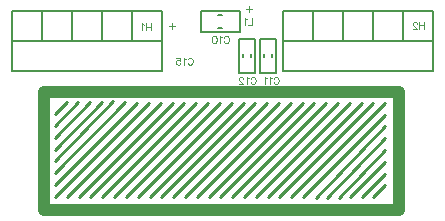
<source format=gbo>
%FSTAX23Y23*%
%MOMM*%
%SFA1B1*%

%IPPOS*%
%ADD13C,0.999998*%
%ADD14C,0.180000*%
%ADD15C,0.200000*%
%ADD16C,0.253999*%
%ADD17C,0.120000*%
%LNpcb1-1*%
%LPD*%
G54D13*
X17423Y-09602D02*
X32423D01*
X02423D02*
X17423D01*
X02423D02*
Y00397D01*
X17423*
X32423Y-09602D02*
Y00397D01*
X17423D02*
X32423D01*
G54D14*
X20656Y01999D02*
X22056D01*
X20656Y04899D02*
X22056D01*
Y01999D02*
Y04899D01*
X20656Y01999D02*
Y04899D01*
X18878Y01999D02*
X20278D01*
X18878Y04899D02*
X20278D01*
Y01999D02*
Y04899D01*
X18878Y01999D02*
Y04899D01*
X15642Y0547D02*
X18942D01*
X15642Y0727D02*
X18942D01*
X15642Y0547D02*
Y0727D01*
X18942Y0547D02*
Y0727D01*
G54D15*
X32806Y04719D02*
Y07259D01*
X30266Y04719D02*
Y07259D01*
X27726Y04719D02*
Y07259D01*
X25186Y04719D02*
Y07259D01*
X22646Y02179D02*
X35327D01*
X22646Y04719D02*
X35327D01*
X22646Y02179D02*
Y07259D01*
X35327Y02179D02*
Y04719D01*
Y07259*
X22646D02*
X35327D01*
X09819Y04719D02*
Y07259D01*
X07279Y04719D02*
Y07259D01*
X04739Y04719D02*
Y07259D01*
X02199Y04719D02*
Y07259D01*
X-0034Y02179D02*
X1234D01*
X-0034Y04719D02*
X1234D01*
X-0034Y02179D02*
Y07259D01*
X1234Y02179D02*
Y04719D01*
Y07259*
X-0034D02*
X1234D01*
X21681Y03349D02*
Y03549D01*
X21031Y03349D02*
Y03549D01*
X19903Y03349D02*
Y03549D01*
X19253Y03349D02*
Y03549D01*
X17092Y0582D02*
X17492D01*
X17092Y0692D02*
X17492D01*
G54D16*
X30283Y-08542D02*
X31283Y-07542D01*
X29299Y-08542D02*
X31283Y-06542D01*
X26363Y-08622D02*
X31283Y-03542D01*
X25379Y-08559D02*
X31283Y-02542D01*
X24322Y-08503D02*
X31283Y-01542D01*
X28283Y-08542D02*
X31283Y-05542D01*
X27347Y-08574D02*
X31283Y-04542D01*
X20322Y-08503D02*
X28283Y-00542D01*
X21322Y-08503D02*
X29283Y-00542D01*
X22322Y-08503D02*
X30283Y-00542D01*
X23322Y-08503D02*
X31283Y-00542D01*
X16322Y-08503D02*
X24283Y-00542D01*
X17322Y-08503D02*
X25283Y-00542D01*
X18322Y-08503D02*
X26283Y-00542D01*
X19322Y-08503D02*
X27283Y-00542D01*
X12322Y-08503D02*
X20283Y-00542D01*
X13322Y-08503D02*
X21283Y-00542D01*
X14322Y-08503D02*
X22283Y-00542D01*
X15322Y-08503D02*
X23283Y-00542D01*
X08322Y-08503D02*
X16283Y-00542D01*
X09322Y-08503D02*
X17283Y-00542D01*
X10322Y-08503D02*
X18283Y-00542D01*
X11322Y-08503D02*
X19283Y-00542D01*
X07322Y-08503D02*
X15283Y-00542D01*
X06322Y-08503D02*
X14283Y-00542D01*
X05322Y-08503D02*
X13283Y-00542D01*
X04322Y-08503D02*
X12283Y-00542D01*
X03322Y-04503D02*
X07259Y-00471D01*
X03322Y-03503D02*
X06322Y-00503D01*
X03322Y-08503D02*
X11283Y-00542D01*
X03322Y-07503D02*
X10283Y-00542D01*
X03322Y-06503D02*
X09227Y-00486D01*
X03322Y-05503D02*
X08243Y-00423D01*
X03322Y-02503D02*
X05306Y-00503D01*
X03322Y-01503D02*
X04322Y-00503D01*
G54D17*
X19708Y07141D02*
Y07655D01*
X19451Y07398D02*
X19965D01*
X12983Y05986D02*
X13497D01*
X1324Y06244D02*
Y05729D01*
X19886Y01493D02*
X19915Y0155D01*
X19972Y01608*
X20029Y01636*
X20143*
X20201Y01608*
X20258Y0155*
X20286Y01493*
X20315Y01408*
Y01265*
X20286Y01179*
X20258Y01122*
X20201Y01065*
X20143Y01036*
X20029*
X19972Y01065*
X19915Y01122*
X19886Y01179*
X19718Y01522D02*
X19661Y0155D01*
X19575Y01636*
Y01036*
X19249Y01493D02*
Y01522D01*
X19221Y01579*
X19192Y01608*
X19135Y01636*
X19021*
X18964Y01608*
X18935Y01579*
X18907Y01522*
Y01465*
X18935Y01408*
X18992Y01322*
X19278Y01036*
X18878*
X21842Y01493D02*
X21871Y0155D01*
X21928Y01608*
X21985Y01636*
X22099*
X22156Y01608*
X22214Y0155*
X22242Y01493*
X22271Y01408*
Y01265*
X22242Y01179*
X22214Y01122*
X22156Y01065*
X22099Y01036*
X21985*
X21928Y01065*
X21871Y01122*
X21842Y01179*
X21674Y01522D02*
X21617Y0155D01*
X21531Y01636*
Y01036*
X21234Y01522D02*
X21177Y0155D01*
X21091Y01636*
Y01036*
X34564Y0631D02*
Y0571D01*
X34164Y0631D02*
Y0571D01*
X34564Y06024D02*
X34164D01*
X3397Y06167D02*
Y06195D01*
X33942Y06253*
X33913Y06281*
X33856Y0631*
X33742*
X33684Y06281*
X33656Y06253*
X33627Y06195*
Y06138*
X33656Y06081*
X33713Y05996*
X33999Y0571*
X33599*
X11425Y06183D02*
Y05583D01*
X11025Y06183D02*
Y05583D01*
X11425Y05897D02*
X11025D01*
X10859Y06068D02*
X10802Y06097D01*
X10716Y06183*
Y05583*
X19985Y0664D02*
Y0604D01*
X19642*
X19576Y06526D02*
X19519Y06554D01*
X19433Y0664*
Y0604*
X14552Y03144D02*
X14581Y03201D01*
X14638Y03259*
X14695Y03287*
X14809*
X14867Y03259*
X14924Y03201*
X14952Y03144*
X14981Y03059*
Y02916*
X14952Y0283*
X14924Y02773*
X14867Y02716*
X14809Y02687*
X14695*
X14638Y02716*
X14581Y02773*
X14552Y0283*
X14384Y03173D02*
X14327Y03201D01*
X14241Y03287*
Y02687*
X13601Y03287D02*
X13887D01*
X13915Y0303*
X13887Y03059*
X13801Y03087*
X13716*
X1363Y03059*
X13573Y03001*
X13544Y02916*
Y02859*
X13573Y02773*
X1363Y02716*
X13716Y02687*
X13801*
X13887Y02716*
X13915Y02744*
X13944Y02802*
X17626Y04973D02*
X17654Y0503D01*
X17711Y05087*
X17769Y05116*
X17883*
X1794Y05087*
X17997Y0503*
X18026Y04973*
X18054Y04887*
Y04745*
X18026Y04659*
X17997Y04602*
X1794Y04545*
X17883Y04516*
X17769*
X17711Y04545*
X17654Y04602*
X17626Y04659*
X17457Y05002D02*
X174Y0503D01*
X17314Y05116*
Y04516*
X16846Y05116D02*
X16932Y05087D01*
X16989Y05002*
X17017Y04859*
Y04773*
X16989Y0463*
X16932Y04545*
X16846Y04516*
X16789*
X16703Y04545*
X16646Y0463*
X16617Y04773*
Y04859*
X16646Y05002*
X16703Y05087*
X16789Y05116*
X16846*
M02*
</source>
